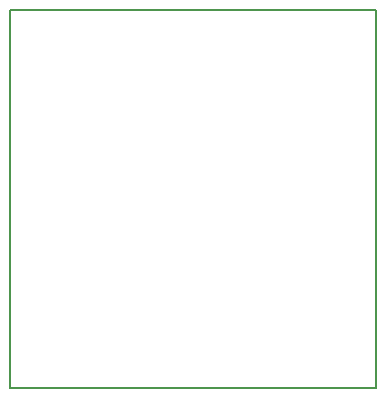
<source format=gko>
G04 Layer_Color=16711935*
%FSLAX44Y44*%
%MOMM*%
G71*
G01*
G75*
%ADD16C,0.2000*%
D16*
X0Y0D02*
Y100000D01*
X309898D01*
Y0D02*
Y100000D01*
X0Y-220000D02*
Y0D01*
Y-220000D02*
X309898D01*
Y0D01*
M02*

</source>
